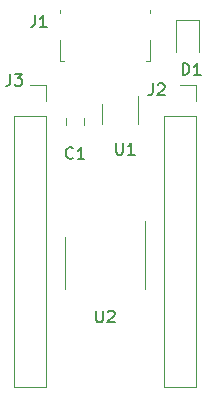
<source format=gbr>
%TF.GenerationSoftware,KiCad,Pcbnew,5.1.9-73d0e3b20d~88~ubuntu20.04.1*%
%TF.CreationDate,2021-07-12T22:59:01-04:00*%
%TF.ProjectId,stm32_breakout,73746d33-325f-4627-9265-616b6f75742e,rev?*%
%TF.SameCoordinates,Original*%
%TF.FileFunction,Legend,Top*%
%TF.FilePolarity,Positive*%
%FSLAX46Y46*%
G04 Gerber Fmt 4.6, Leading zero omitted, Abs format (unit mm)*
G04 Created by KiCad (PCBNEW 5.1.9-73d0e3b20d~88~ubuntu20.04.1) date 2021-07-12 22:59:01*
%MOMM*%
%LPD*%
G01*
G04 APERTURE LIST*
%ADD10C,0.120000*%
%ADD11C,0.150000*%
G04 APERTURE END LIST*
D10*
%TO.C,J3*%
X128210000Y-71120000D02*
X130870000Y-71120000D01*
X128210000Y-71120000D02*
X128210000Y-94040000D01*
X128210000Y-94040000D02*
X130870000Y-94040000D01*
X130870000Y-71120000D02*
X130870000Y-94040000D01*
X130870000Y-68520000D02*
X130870000Y-69850000D01*
X129540000Y-68520000D02*
X130870000Y-68520000D01*
%TO.C,U1*%
X135600000Y-70055000D02*
X135600000Y-71815000D01*
X138670000Y-71815000D02*
X138670000Y-69385000D01*
%TO.C,C1*%
X132615000Y-71831252D02*
X132615000Y-71308748D01*
X134085000Y-71831252D02*
X134085000Y-71308748D01*
%TO.C,D1*%
X143835000Y-65697000D02*
X143835000Y-63012000D01*
X143835000Y-63012000D02*
X141915000Y-63012000D01*
X141915000Y-63012000D02*
X141915000Y-65697000D01*
%TO.C,J1*%
X132080000Y-66480000D02*
X132460000Y-66480000D01*
X132080000Y-62430000D02*
X132080000Y-62170000D01*
X132080000Y-66480000D02*
X132080000Y-64710000D01*
X139700000Y-66480000D02*
X139320000Y-66480000D01*
X139700000Y-64710000D02*
X139700000Y-66480000D01*
X139700000Y-62170000D02*
X139700000Y-62430000D01*
%TO.C,J2*%
X142240000Y-68520000D02*
X143570000Y-68520000D01*
X143570000Y-68520000D02*
X143570000Y-69850000D01*
X143570000Y-71120000D02*
X143570000Y-94040000D01*
X140910000Y-94040000D02*
X143570000Y-94040000D01*
X140910000Y-71120000D02*
X140910000Y-94040000D01*
X140910000Y-71120000D02*
X143570000Y-71120000D01*
%TO.C,U2*%
X132505000Y-83566000D02*
X132505000Y-85766000D01*
X132505000Y-83566000D02*
X132505000Y-81366000D01*
X139275000Y-83566000D02*
X139275000Y-85766000D01*
X139275000Y-83566000D02*
X139275000Y-79966000D01*
%TO.C,J3*%
D11*
X127873166Y-67529880D02*
X127873166Y-68244166D01*
X127825547Y-68387023D01*
X127730309Y-68482261D01*
X127587452Y-68529880D01*
X127492214Y-68529880D01*
X128254119Y-67529880D02*
X128873166Y-67529880D01*
X128539833Y-67910833D01*
X128682690Y-67910833D01*
X128777928Y-67958452D01*
X128825547Y-68006071D01*
X128873166Y-68101309D01*
X128873166Y-68339404D01*
X128825547Y-68434642D01*
X128777928Y-68482261D01*
X128682690Y-68529880D01*
X128396976Y-68529880D01*
X128301738Y-68482261D01*
X128254119Y-68434642D01*
%TO.C,U1*%
X136842595Y-73371880D02*
X136842595Y-74181404D01*
X136890214Y-74276642D01*
X136937833Y-74324261D01*
X137033071Y-74371880D01*
X137223547Y-74371880D01*
X137318785Y-74324261D01*
X137366404Y-74276642D01*
X137414023Y-74181404D01*
X137414023Y-73371880D01*
X138414023Y-74371880D02*
X137842595Y-74371880D01*
X138128309Y-74371880D02*
X138128309Y-73371880D01*
X138033071Y-73514738D01*
X137937833Y-73609976D01*
X137842595Y-73657595D01*
%TO.C,C1*%
X133183333Y-74657642D02*
X133135714Y-74705261D01*
X132992857Y-74752880D01*
X132897619Y-74752880D01*
X132754761Y-74705261D01*
X132659523Y-74610023D01*
X132611904Y-74514785D01*
X132564285Y-74324309D01*
X132564285Y-74181452D01*
X132611904Y-73990976D01*
X132659523Y-73895738D01*
X132754761Y-73800500D01*
X132897619Y-73752880D01*
X132992857Y-73752880D01*
X133135714Y-73800500D01*
X133183333Y-73848119D01*
X134135714Y-74752880D02*
X133564285Y-74752880D01*
X133850000Y-74752880D02*
X133850000Y-73752880D01*
X133754761Y-73895738D01*
X133659523Y-73990976D01*
X133564285Y-74038595D01*
%TO.C,D1*%
X142454404Y-67640880D02*
X142454404Y-66640880D01*
X142692500Y-66640880D01*
X142835357Y-66688500D01*
X142930595Y-66783738D01*
X142978214Y-66878976D01*
X143025833Y-67069452D01*
X143025833Y-67212309D01*
X142978214Y-67402785D01*
X142930595Y-67498023D01*
X142835357Y-67593261D01*
X142692500Y-67640880D01*
X142454404Y-67640880D01*
X143978214Y-67640880D02*
X143406785Y-67640880D01*
X143692500Y-67640880D02*
X143692500Y-66640880D01*
X143597261Y-66783738D01*
X143502023Y-66878976D01*
X143406785Y-66926595D01*
%TO.C,J1*%
X129968666Y-62576880D02*
X129968666Y-63291166D01*
X129921047Y-63434023D01*
X129825809Y-63529261D01*
X129682952Y-63576880D01*
X129587714Y-63576880D01*
X130968666Y-63576880D02*
X130397238Y-63576880D01*
X130682952Y-63576880D02*
X130682952Y-62576880D01*
X130587714Y-62719738D01*
X130492476Y-62814976D01*
X130397238Y-62862595D01*
%TO.C,J2*%
X139938166Y-68355380D02*
X139938166Y-69069666D01*
X139890547Y-69212523D01*
X139795309Y-69307761D01*
X139652452Y-69355380D01*
X139557214Y-69355380D01*
X140366738Y-68450619D02*
X140414357Y-68403000D01*
X140509595Y-68355380D01*
X140747690Y-68355380D01*
X140842928Y-68403000D01*
X140890547Y-68450619D01*
X140938166Y-68545857D01*
X140938166Y-68641095D01*
X140890547Y-68783952D01*
X140319119Y-69355380D01*
X140938166Y-69355380D01*
%TO.C,U2*%
X135128095Y-87590380D02*
X135128095Y-88399904D01*
X135175714Y-88495142D01*
X135223333Y-88542761D01*
X135318571Y-88590380D01*
X135509047Y-88590380D01*
X135604285Y-88542761D01*
X135651904Y-88495142D01*
X135699523Y-88399904D01*
X135699523Y-87590380D01*
X136128095Y-87685619D02*
X136175714Y-87638000D01*
X136270952Y-87590380D01*
X136509047Y-87590380D01*
X136604285Y-87638000D01*
X136651904Y-87685619D01*
X136699523Y-87780857D01*
X136699523Y-87876095D01*
X136651904Y-88018952D01*
X136080476Y-88590380D01*
X136699523Y-88590380D01*
%TD*%
M02*

</source>
